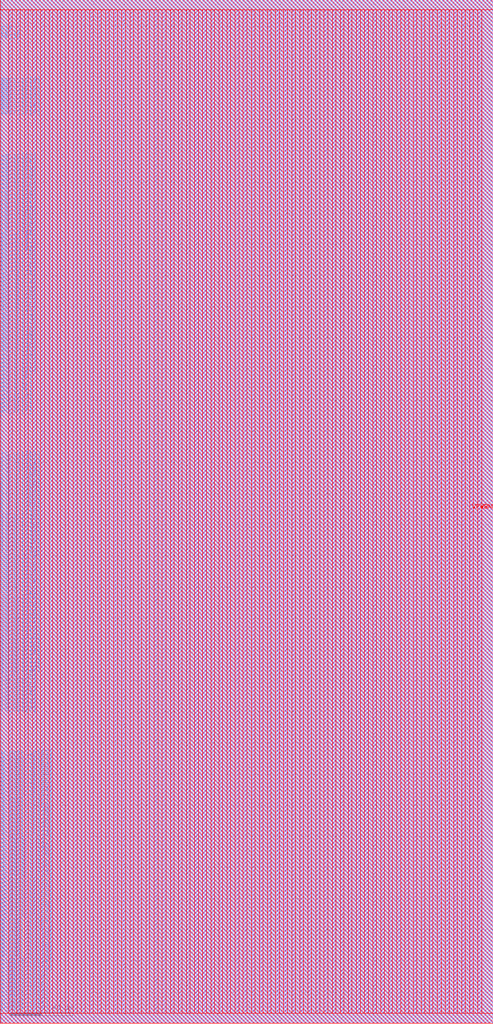
<source format=lef>
VERSION 5.7 ;
BUSBITCHARS "[]" ;
MACRO fakeram130_512x64
  FOREIGN fakeram130_512x64 0 0 ;
  SYMMETRY X Y R90 ;
  SIZE 316.800 BY 657.000 ;
  CLASS BLOCK ;
  PIN w_mask_in[0]
    DIRECTION INPUT ;
    USE SIGNAL ;
    SHAPE ABUTMENT ;
    PORT
      LAYER met3 ;
      RECT 0.000 6.200 0.600 6.800 ;
    END
  END w_mask_in[0]
  PIN w_mask_in[1]
    DIRECTION INPUT ;
    USE SIGNAL ;
    SHAPE ABUTMENT ;
    PORT
      LAYER met3 ;
      RECT 0.000 8.800 0.600 9.400 ;
    END
  END w_mask_in[1]
  PIN w_mask_in[2]
    DIRECTION INPUT ;
    USE SIGNAL ;
    SHAPE ABUTMENT ;
    PORT
      LAYER met3 ;
      RECT 0.000 11.400 0.600 12.000 ;
    END
  END w_mask_in[2]
  PIN w_mask_in[3]
    DIRECTION INPUT ;
    USE SIGNAL ;
    SHAPE ABUTMENT ;
    PORT
      LAYER met3 ;
      RECT 0.000 14.000 0.600 14.600 ;
    END
  END w_mask_in[3]
  PIN w_mask_in[4]
    DIRECTION INPUT ;
    USE SIGNAL ;
    SHAPE ABUTMENT ;
    PORT
      LAYER met3 ;
      RECT 0.000 16.600 0.600 17.200 ;
    END
  END w_mask_in[4]
  PIN w_mask_in[5]
    DIRECTION INPUT ;
    USE SIGNAL ;
    SHAPE ABUTMENT ;
    PORT
      LAYER met3 ;
      RECT 0.000 19.200 0.600 19.800 ;
    END
  END w_mask_in[5]
  PIN w_mask_in[6]
    DIRECTION INPUT ;
    USE SIGNAL ;
    SHAPE ABUTMENT ;
    PORT
      LAYER met3 ;
      RECT 0.000 21.800 0.600 22.400 ;
    END
  END w_mask_in[6]
  PIN w_mask_in[7]
    DIRECTION INPUT ;
    USE SIGNAL ;
    SHAPE ABUTMENT ;
    PORT
      LAYER met3 ;
      RECT 0.000 24.400 0.600 25.000 ;
    END
  END w_mask_in[7]
  PIN w_mask_in[8]
    DIRECTION INPUT ;
    USE SIGNAL ;
    SHAPE ABUTMENT ;
    PORT
      LAYER met3 ;
      RECT 0.000 27.000 0.600 27.600 ;
    END
  END w_mask_in[8]
  PIN w_mask_in[9]
    DIRECTION INPUT ;
    USE SIGNAL ;
    SHAPE ABUTMENT ;
    PORT
      LAYER met3 ;
      RECT 0.000 29.600 0.600 30.200 ;
    END
  END w_mask_in[9]
  PIN w_mask_in[10]
    DIRECTION INPUT ;
    USE SIGNAL ;
    SHAPE ABUTMENT ;
    PORT
      LAYER met3 ;
      RECT 0.000 32.200 0.600 32.800 ;
    END
  END w_mask_in[10]
  PIN w_mask_in[11]
    DIRECTION INPUT ;
    USE SIGNAL ;
    SHAPE ABUTMENT ;
    PORT
      LAYER met3 ;
      RECT 0.000 34.800 0.600 35.400 ;
    END
  END w_mask_in[11]
  PIN w_mask_in[12]
    DIRECTION INPUT ;
    USE SIGNAL ;
    SHAPE ABUTMENT ;
    PORT
      LAYER met3 ;
      RECT 0.000 37.400 0.600 38.000 ;
    END
  END w_mask_in[12]
  PIN w_mask_in[13]
    DIRECTION INPUT ;
    USE SIGNAL ;
    SHAPE ABUTMENT ;
    PORT
      LAYER met3 ;
      RECT 0.000 40.000 0.600 40.600 ;
    END
  END w_mask_in[13]
  PIN w_mask_in[14]
    DIRECTION INPUT ;
    USE SIGNAL ;
    SHAPE ABUTMENT ;
    PORT
      LAYER met3 ;
      RECT 0.000 42.600 0.600 43.200 ;
    END
  END w_mask_in[14]
  PIN w_mask_in[15]
    DIRECTION INPUT ;
    USE SIGNAL ;
    SHAPE ABUTMENT ;
    PORT
      LAYER met3 ;
      RECT 0.000 45.200 0.600 45.800 ;
    END
  END w_mask_in[15]
  PIN w_mask_in[16]
    DIRECTION INPUT ;
    USE SIGNAL ;
    SHAPE ABUTMENT ;
    PORT
      LAYER met3 ;
      RECT 0.000 47.800 0.600 48.400 ;
    END
  END w_mask_in[16]
  PIN w_mask_in[17]
    DIRECTION INPUT ;
    USE SIGNAL ;
    SHAPE ABUTMENT ;
    PORT
      LAYER met3 ;
      RECT 0.000 50.400 0.600 51.000 ;
    END
  END w_mask_in[17]
  PIN w_mask_in[18]
    DIRECTION INPUT ;
    USE SIGNAL ;
    SHAPE ABUTMENT ;
    PORT
      LAYER met3 ;
      RECT 0.000 53.000 0.600 53.600 ;
    END
  END w_mask_in[18]
  PIN w_mask_in[19]
    DIRECTION INPUT ;
    USE SIGNAL ;
    SHAPE ABUTMENT ;
    PORT
      LAYER met3 ;
      RECT 0.000 55.600 0.600 56.200 ;
    END
  END w_mask_in[19]
  PIN w_mask_in[20]
    DIRECTION INPUT ;
    USE SIGNAL ;
    SHAPE ABUTMENT ;
    PORT
      LAYER met3 ;
      RECT 0.000 58.200 0.600 58.800 ;
    END
  END w_mask_in[20]
  PIN w_mask_in[21]
    DIRECTION INPUT ;
    USE SIGNAL ;
    SHAPE ABUTMENT ;
    PORT
      LAYER met3 ;
      RECT 0.000 60.800 0.600 61.400 ;
    END
  END w_mask_in[21]
  PIN w_mask_in[22]
    DIRECTION INPUT ;
    USE SIGNAL ;
    SHAPE ABUTMENT ;
    PORT
      LAYER met3 ;
      RECT 0.000 63.400 0.600 64.000 ;
    END
  END w_mask_in[22]
  PIN w_mask_in[23]
    DIRECTION INPUT ;
    USE SIGNAL ;
    SHAPE ABUTMENT ;
    PORT
      LAYER met3 ;
      RECT 0.000 66.000 0.600 66.600 ;
    END
  END w_mask_in[23]
  PIN w_mask_in[24]
    DIRECTION INPUT ;
    USE SIGNAL ;
    SHAPE ABUTMENT ;
    PORT
      LAYER met3 ;
      RECT 0.000 68.600 0.600 69.200 ;
    END
  END w_mask_in[24]
  PIN w_mask_in[25]
    DIRECTION INPUT ;
    USE SIGNAL ;
    SHAPE ABUTMENT ;
    PORT
      LAYER met3 ;
      RECT 0.000 71.200 0.600 71.800 ;
    END
  END w_mask_in[25]
  PIN w_mask_in[26]
    DIRECTION INPUT ;
    USE SIGNAL ;
    SHAPE ABUTMENT ;
    PORT
      LAYER met3 ;
      RECT 0.000 73.800 0.600 74.400 ;
    END
  END w_mask_in[26]
  PIN w_mask_in[27]
    DIRECTION INPUT ;
    USE SIGNAL ;
    SHAPE ABUTMENT ;
    PORT
      LAYER met3 ;
      RECT 0.000 76.400 0.600 77.000 ;
    END
  END w_mask_in[27]
  PIN w_mask_in[28]
    DIRECTION INPUT ;
    USE SIGNAL ;
    SHAPE ABUTMENT ;
    PORT
      LAYER met3 ;
      RECT 0.000 79.000 0.600 79.600 ;
    END
  END w_mask_in[28]
  PIN w_mask_in[29]
    DIRECTION INPUT ;
    USE SIGNAL ;
    SHAPE ABUTMENT ;
    PORT
      LAYER met3 ;
      RECT 0.000 81.600 0.600 82.200 ;
    END
  END w_mask_in[29]
  PIN w_mask_in[30]
    DIRECTION INPUT ;
    USE SIGNAL ;
    SHAPE ABUTMENT ;
    PORT
      LAYER met3 ;
      RECT 0.000 84.200 0.600 84.800 ;
    END
  END w_mask_in[30]
  PIN w_mask_in[31]
    DIRECTION INPUT ;
    USE SIGNAL ;
    SHAPE ABUTMENT ;
    PORT
      LAYER met3 ;
      RECT 0.000 86.800 0.600 87.400 ;
    END
  END w_mask_in[31]
  PIN w_mask_in[32]
    DIRECTION INPUT ;
    USE SIGNAL ;
    SHAPE ABUTMENT ;
    PORT
      LAYER met3 ;
      RECT 0.000 89.400 0.600 90.000 ;
    END
  END w_mask_in[32]
  PIN w_mask_in[33]
    DIRECTION INPUT ;
    USE SIGNAL ;
    SHAPE ABUTMENT ;
    PORT
      LAYER met3 ;
      RECT 0.000 92.000 0.600 92.600 ;
    END
  END w_mask_in[33]
  PIN w_mask_in[34]
    DIRECTION INPUT ;
    USE SIGNAL ;
    SHAPE ABUTMENT ;
    PORT
      LAYER met3 ;
      RECT 0.000 94.600 0.600 95.200 ;
    END
  END w_mask_in[34]
  PIN w_mask_in[35]
    DIRECTION INPUT ;
    USE SIGNAL ;
    SHAPE ABUTMENT ;
    PORT
      LAYER met3 ;
      RECT 0.000 97.200 0.600 97.800 ;
    END
  END w_mask_in[35]
  PIN w_mask_in[36]
    DIRECTION INPUT ;
    USE SIGNAL ;
    SHAPE ABUTMENT ;
    PORT
      LAYER met3 ;
      RECT 0.000 99.800 0.600 100.400 ;
    END
  END w_mask_in[36]
  PIN w_mask_in[37]
    DIRECTION INPUT ;
    USE SIGNAL ;
    SHAPE ABUTMENT ;
    PORT
      LAYER met3 ;
      RECT 0.000 102.400 0.600 103.000 ;
    END
  END w_mask_in[37]
  PIN w_mask_in[38]
    DIRECTION INPUT ;
    USE SIGNAL ;
    SHAPE ABUTMENT ;
    PORT
      LAYER met3 ;
      RECT 0.000 105.000 0.600 105.600 ;
    END
  END w_mask_in[38]
  PIN w_mask_in[39]
    DIRECTION INPUT ;
    USE SIGNAL ;
    SHAPE ABUTMENT ;
    PORT
      LAYER met3 ;
      RECT 0.000 107.600 0.600 108.200 ;
    END
  END w_mask_in[39]
  PIN w_mask_in[40]
    DIRECTION INPUT ;
    USE SIGNAL ;
    SHAPE ABUTMENT ;
    PORT
      LAYER met3 ;
      RECT 0.000 110.200 0.600 110.800 ;
    END
  END w_mask_in[40]
  PIN w_mask_in[41]
    DIRECTION INPUT ;
    USE SIGNAL ;
    SHAPE ABUTMENT ;
    PORT
      LAYER met3 ;
      RECT 0.000 112.800 0.600 113.400 ;
    END
  END w_mask_in[41]
  PIN w_mask_in[42]
    DIRECTION INPUT ;
    USE SIGNAL ;
    SHAPE ABUTMENT ;
    PORT
      LAYER met3 ;
      RECT 0.000 115.400 0.600 116.000 ;
    END
  END w_mask_in[42]
  PIN w_mask_in[43]
    DIRECTION INPUT ;
    USE SIGNAL ;
    SHAPE ABUTMENT ;
    PORT
      LAYER met3 ;
      RECT 0.000 118.000 0.600 118.600 ;
    END
  END w_mask_in[43]
  PIN w_mask_in[44]
    DIRECTION INPUT ;
    USE SIGNAL ;
    SHAPE ABUTMENT ;
    PORT
      LAYER met3 ;
      RECT 0.000 120.600 0.600 121.200 ;
    END
  END w_mask_in[44]
  PIN w_mask_in[45]
    DIRECTION INPUT ;
    USE SIGNAL ;
    SHAPE ABUTMENT ;
    PORT
      LAYER met3 ;
      RECT 0.000 123.200 0.600 123.800 ;
    END
  END w_mask_in[45]
  PIN w_mask_in[46]
    DIRECTION INPUT ;
    USE SIGNAL ;
    SHAPE ABUTMENT ;
    PORT
      LAYER met3 ;
      RECT 0.000 125.800 0.600 126.400 ;
    END
  END w_mask_in[46]
  PIN w_mask_in[47]
    DIRECTION INPUT ;
    USE SIGNAL ;
    SHAPE ABUTMENT ;
    PORT
      LAYER met3 ;
      RECT 0.000 128.400 0.600 129.000 ;
    END
  END w_mask_in[47]
  PIN w_mask_in[48]
    DIRECTION INPUT ;
    USE SIGNAL ;
    SHAPE ABUTMENT ;
    PORT
      LAYER met3 ;
      RECT 0.000 131.000 0.600 131.600 ;
    END
  END w_mask_in[48]
  PIN w_mask_in[49]
    DIRECTION INPUT ;
    USE SIGNAL ;
    SHAPE ABUTMENT ;
    PORT
      LAYER met3 ;
      RECT 0.000 133.600 0.600 134.200 ;
    END
  END w_mask_in[49]
  PIN w_mask_in[50]
    DIRECTION INPUT ;
    USE SIGNAL ;
    SHAPE ABUTMENT ;
    PORT
      LAYER met3 ;
      RECT 0.000 136.200 0.600 136.800 ;
    END
  END w_mask_in[50]
  PIN w_mask_in[51]
    DIRECTION INPUT ;
    USE SIGNAL ;
    SHAPE ABUTMENT ;
    PORT
      LAYER met3 ;
      RECT 0.000 138.800 0.600 139.400 ;
    END
  END w_mask_in[51]
  PIN w_mask_in[52]
    DIRECTION INPUT ;
    USE SIGNAL ;
    SHAPE ABUTMENT ;
    PORT
      LAYER met3 ;
      RECT 0.000 141.400 0.600 142.000 ;
    END
  END w_mask_in[52]
  PIN w_mask_in[53]
    DIRECTION INPUT ;
    USE SIGNAL ;
    SHAPE ABUTMENT ;
    PORT
      LAYER met3 ;
      RECT 0.000 144.000 0.600 144.600 ;
    END
  END w_mask_in[53]
  PIN w_mask_in[54]
    DIRECTION INPUT ;
    USE SIGNAL ;
    SHAPE ABUTMENT ;
    PORT
      LAYER met3 ;
      RECT 0.000 146.600 0.600 147.200 ;
    END
  END w_mask_in[54]
  PIN w_mask_in[55]
    DIRECTION INPUT ;
    USE SIGNAL ;
    SHAPE ABUTMENT ;
    PORT
      LAYER met3 ;
      RECT 0.000 149.200 0.600 149.800 ;
    END
  END w_mask_in[55]
  PIN w_mask_in[56]
    DIRECTION INPUT ;
    USE SIGNAL ;
    SHAPE ABUTMENT ;
    PORT
      LAYER met3 ;
      RECT 0.000 151.800 0.600 152.400 ;
    END
  END w_mask_in[56]
  PIN w_mask_in[57]
    DIRECTION INPUT ;
    USE SIGNAL ;
    SHAPE ABUTMENT ;
    PORT
      LAYER met3 ;
      RECT 0.000 154.400 0.600 155.000 ;
    END
  END w_mask_in[57]
  PIN w_mask_in[58]
    DIRECTION INPUT ;
    USE SIGNAL ;
    SHAPE ABUTMENT ;
    PORT
      LAYER met3 ;
      RECT 0.000 157.000 0.600 157.600 ;
    END
  END w_mask_in[58]
  PIN w_mask_in[59]
    DIRECTION INPUT ;
    USE SIGNAL ;
    SHAPE ABUTMENT ;
    PORT
      LAYER met3 ;
      RECT 0.000 159.600 0.600 160.200 ;
    END
  END w_mask_in[59]
  PIN w_mask_in[60]
    DIRECTION INPUT ;
    USE SIGNAL ;
    SHAPE ABUTMENT ;
    PORT
      LAYER met3 ;
      RECT 0.000 162.200 0.600 162.800 ;
    END
  END w_mask_in[60]
  PIN w_mask_in[61]
    DIRECTION INPUT ;
    USE SIGNAL ;
    SHAPE ABUTMENT ;
    PORT
      LAYER met3 ;
      RECT 0.000 164.800 0.600 165.400 ;
    END
  END w_mask_in[61]
  PIN w_mask_in[62]
    DIRECTION INPUT ;
    USE SIGNAL ;
    SHAPE ABUTMENT ;
    PORT
      LAYER met3 ;
      RECT 0.000 167.400 0.600 168.000 ;
    END
  END w_mask_in[62]
  PIN w_mask_in[63]
    DIRECTION INPUT ;
    USE SIGNAL ;
    SHAPE ABUTMENT ;
    PORT
      LAYER met3 ;
      RECT 0.000 170.000 0.600 170.600 ;
    END
  END w_mask_in[63]
  PIN rd_out[0]
    DIRECTION OUTPUT ;
    USE SIGNAL ;
    SHAPE ABUTMENT ;
    PORT
      LAYER met3 ;
      RECT 0.000 197.950 0.600 198.550 ;
    END
  END rd_out[0]
  PIN rd_out[1]
    DIRECTION OUTPUT ;
    USE SIGNAL ;
    SHAPE ABUTMENT ;
    PORT
      LAYER met3 ;
      RECT 0.000 200.550 0.600 201.150 ;
    END
  END rd_out[1]
  PIN rd_out[2]
    DIRECTION OUTPUT ;
    USE SIGNAL ;
    SHAPE ABUTMENT ;
    PORT
      LAYER met3 ;
      RECT 0.000 203.150 0.600 203.750 ;
    END
  END rd_out[2]
  PIN rd_out[3]
    DIRECTION OUTPUT ;
    USE SIGNAL ;
    SHAPE ABUTMENT ;
    PORT
      LAYER met3 ;
      RECT 0.000 205.750 0.600 206.350 ;
    END
  END rd_out[3]
  PIN rd_out[4]
    DIRECTION OUTPUT ;
    USE SIGNAL ;
    SHAPE ABUTMENT ;
    PORT
      LAYER met3 ;
      RECT 0.000 208.350 0.600 208.950 ;
    END
  END rd_out[4]
  PIN rd_out[5]
    DIRECTION OUTPUT ;
    USE SIGNAL ;
    SHAPE ABUTMENT ;
    PORT
      LAYER met3 ;
      RECT 0.000 210.950 0.600 211.550 ;
    END
  END rd_out[5]
  PIN rd_out[6]
    DIRECTION OUTPUT ;
    USE SIGNAL ;
    SHAPE ABUTMENT ;
    PORT
      LAYER met3 ;
      RECT 0.000 213.550 0.600 214.150 ;
    END
  END rd_out[6]
  PIN rd_out[7]
    DIRECTION OUTPUT ;
    USE SIGNAL ;
    SHAPE ABUTMENT ;
    PORT
      LAYER met3 ;
      RECT 0.000 216.150 0.600 216.750 ;
    END
  END rd_out[7]
  PIN rd_out[8]
    DIRECTION OUTPUT ;
    USE SIGNAL ;
    SHAPE ABUTMENT ;
    PORT
      LAYER met3 ;
      RECT 0.000 218.750 0.600 219.350 ;
    END
  END rd_out[8]
  PIN rd_out[9]
    DIRECTION OUTPUT ;
    USE SIGNAL ;
    SHAPE ABUTMENT ;
    PORT
      LAYER met3 ;
      RECT 0.000 221.350 0.600 221.950 ;
    END
  END rd_out[9]
  PIN rd_out[10]
    DIRECTION OUTPUT ;
    USE SIGNAL ;
    SHAPE ABUTMENT ;
    PORT
      LAYER met3 ;
      RECT 0.000 223.950 0.600 224.550 ;
    END
  END rd_out[10]
  PIN rd_out[11]
    DIRECTION OUTPUT ;
    USE SIGNAL ;
    SHAPE ABUTMENT ;
    PORT
      LAYER met3 ;
      RECT 0.000 226.550 0.600 227.150 ;
    END
  END rd_out[11]
  PIN rd_out[12]
    DIRECTION OUTPUT ;
    USE SIGNAL ;
    SHAPE ABUTMENT ;
    PORT
      LAYER met3 ;
      RECT 0.000 229.150 0.600 229.750 ;
    END
  END rd_out[12]
  PIN rd_out[13]
    DIRECTION OUTPUT ;
    USE SIGNAL ;
    SHAPE ABUTMENT ;
    PORT
      LAYER met3 ;
      RECT 0.000 231.750 0.600 232.350 ;
    END
  END rd_out[13]
  PIN rd_out[14]
    DIRECTION OUTPUT ;
    USE SIGNAL ;
    SHAPE ABUTMENT ;
    PORT
      LAYER met3 ;
      RECT 0.000 234.350 0.600 234.950 ;
    END
  END rd_out[14]
  PIN rd_out[15]
    DIRECTION OUTPUT ;
    USE SIGNAL ;
    SHAPE ABUTMENT ;
    PORT
      LAYER met3 ;
      RECT 0.000 236.950 0.600 237.550 ;
    END
  END rd_out[15]
  PIN rd_out[16]
    DIRECTION OUTPUT ;
    USE SIGNAL ;
    SHAPE ABUTMENT ;
    PORT
      LAYER met3 ;
      RECT 0.000 239.550 0.600 240.150 ;
    END
  END rd_out[16]
  PIN rd_out[17]
    DIRECTION OUTPUT ;
    USE SIGNAL ;
    SHAPE ABUTMENT ;
    PORT
      LAYER met3 ;
      RECT 0.000 242.150 0.600 242.750 ;
    END
  END rd_out[17]
  PIN rd_out[18]
    DIRECTION OUTPUT ;
    USE SIGNAL ;
    SHAPE ABUTMENT ;
    PORT
      LAYER met3 ;
      RECT 0.000 244.750 0.600 245.350 ;
    END
  END rd_out[18]
  PIN rd_out[19]
    DIRECTION OUTPUT ;
    USE SIGNAL ;
    SHAPE ABUTMENT ;
    PORT
      LAYER met3 ;
      RECT 0.000 247.350 0.600 247.950 ;
    END
  END rd_out[19]
  PIN rd_out[20]
    DIRECTION OUTPUT ;
    USE SIGNAL ;
    SHAPE ABUTMENT ;
    PORT
      LAYER met3 ;
      RECT 0.000 249.950 0.600 250.550 ;
    END
  END rd_out[20]
  PIN rd_out[21]
    DIRECTION OUTPUT ;
    USE SIGNAL ;
    SHAPE ABUTMENT ;
    PORT
      LAYER met3 ;
      RECT 0.000 252.550 0.600 253.150 ;
    END
  END rd_out[21]
  PIN rd_out[22]
    DIRECTION OUTPUT ;
    USE SIGNAL ;
    SHAPE ABUTMENT ;
    PORT
      LAYER met3 ;
      RECT 0.000 255.150 0.600 255.750 ;
    END
  END rd_out[22]
  PIN rd_out[23]
    DIRECTION OUTPUT ;
    USE SIGNAL ;
    SHAPE ABUTMENT ;
    PORT
      LAYER met3 ;
      RECT 0.000 257.750 0.600 258.350 ;
    END
  END rd_out[23]
  PIN rd_out[24]
    DIRECTION OUTPUT ;
    USE SIGNAL ;
    SHAPE ABUTMENT ;
    PORT
      LAYER met3 ;
      RECT 0.000 260.350 0.600 260.950 ;
    END
  END rd_out[24]
  PIN rd_out[25]
    DIRECTION OUTPUT ;
    USE SIGNAL ;
    SHAPE ABUTMENT ;
    PORT
      LAYER met3 ;
      RECT 0.000 262.950 0.600 263.550 ;
    END
  END rd_out[25]
  PIN rd_out[26]
    DIRECTION OUTPUT ;
    USE SIGNAL ;
    SHAPE ABUTMENT ;
    PORT
      LAYER met3 ;
      RECT 0.000 265.550 0.600 266.150 ;
    END
  END rd_out[26]
  PIN rd_out[27]
    DIRECTION OUTPUT ;
    USE SIGNAL ;
    SHAPE ABUTMENT ;
    PORT
      LAYER met3 ;
      RECT 0.000 268.150 0.600 268.750 ;
    END
  END rd_out[27]
  PIN rd_out[28]
    DIRECTION OUTPUT ;
    USE SIGNAL ;
    SHAPE ABUTMENT ;
    PORT
      LAYER met3 ;
      RECT 0.000 270.750 0.600 271.350 ;
    END
  END rd_out[28]
  PIN rd_out[29]
    DIRECTION OUTPUT ;
    USE SIGNAL ;
    SHAPE ABUTMENT ;
    PORT
      LAYER met3 ;
      RECT 0.000 273.350 0.600 273.950 ;
    END
  END rd_out[29]
  PIN rd_out[30]
    DIRECTION OUTPUT ;
    USE SIGNAL ;
    SHAPE ABUTMENT ;
    PORT
      LAYER met3 ;
      RECT 0.000 275.950 0.600 276.550 ;
    END
  END rd_out[30]
  PIN rd_out[31]
    DIRECTION OUTPUT ;
    USE SIGNAL ;
    SHAPE ABUTMENT ;
    PORT
      LAYER met3 ;
      RECT 0.000 278.550 0.600 279.150 ;
    END
  END rd_out[31]
  PIN rd_out[32]
    DIRECTION OUTPUT ;
    USE SIGNAL ;
    SHAPE ABUTMENT ;
    PORT
      LAYER met3 ;
      RECT 0.000 281.150 0.600 281.750 ;
    END
  END rd_out[32]
  PIN rd_out[33]
    DIRECTION OUTPUT ;
    USE SIGNAL ;
    SHAPE ABUTMENT ;
    PORT
      LAYER met3 ;
      RECT 0.000 283.750 0.600 284.350 ;
    END
  END rd_out[33]
  PIN rd_out[34]
    DIRECTION OUTPUT ;
    USE SIGNAL ;
    SHAPE ABUTMENT ;
    PORT
      LAYER met3 ;
      RECT 0.000 286.350 0.600 286.950 ;
    END
  END rd_out[34]
  PIN rd_out[35]
    DIRECTION OUTPUT ;
    USE SIGNAL ;
    SHAPE ABUTMENT ;
    PORT
      LAYER met3 ;
      RECT 0.000 288.950 0.600 289.550 ;
    END
  END rd_out[35]
  PIN rd_out[36]
    DIRECTION OUTPUT ;
    USE SIGNAL ;
    SHAPE ABUTMENT ;
    PORT
      LAYER met3 ;
      RECT 0.000 291.550 0.600 292.150 ;
    END
  END rd_out[36]
  PIN rd_out[37]
    DIRECTION OUTPUT ;
    USE SIGNAL ;
    SHAPE ABUTMENT ;
    PORT
      LAYER met3 ;
      RECT 0.000 294.150 0.600 294.750 ;
    END
  END rd_out[37]
  PIN rd_out[38]
    DIRECTION OUTPUT ;
    USE SIGNAL ;
    SHAPE ABUTMENT ;
    PORT
      LAYER met3 ;
      RECT 0.000 296.750 0.600 297.350 ;
    END
  END rd_out[38]
  PIN rd_out[39]
    DIRECTION OUTPUT ;
    USE SIGNAL ;
    SHAPE ABUTMENT ;
    PORT
      LAYER met3 ;
      RECT 0.000 299.350 0.600 299.950 ;
    END
  END rd_out[39]
  PIN rd_out[40]
    DIRECTION OUTPUT ;
    USE SIGNAL ;
    SHAPE ABUTMENT ;
    PORT
      LAYER met3 ;
      RECT 0.000 301.950 0.600 302.550 ;
    END
  END rd_out[40]
  PIN rd_out[41]
    DIRECTION OUTPUT ;
    USE SIGNAL ;
    SHAPE ABUTMENT ;
    PORT
      LAYER met3 ;
      RECT 0.000 304.550 0.600 305.150 ;
    END
  END rd_out[41]
  PIN rd_out[42]
    DIRECTION OUTPUT ;
    USE SIGNAL ;
    SHAPE ABUTMENT ;
    PORT
      LAYER met3 ;
      RECT 0.000 307.150 0.600 307.750 ;
    END
  END rd_out[42]
  PIN rd_out[43]
    DIRECTION OUTPUT ;
    USE SIGNAL ;
    SHAPE ABUTMENT ;
    PORT
      LAYER met3 ;
      RECT 0.000 309.750 0.600 310.350 ;
    END
  END rd_out[43]
  PIN rd_out[44]
    DIRECTION OUTPUT ;
    USE SIGNAL ;
    SHAPE ABUTMENT ;
    PORT
      LAYER met3 ;
      RECT 0.000 312.350 0.600 312.950 ;
    END
  END rd_out[44]
  PIN rd_out[45]
    DIRECTION OUTPUT ;
    USE SIGNAL ;
    SHAPE ABUTMENT ;
    PORT
      LAYER met3 ;
      RECT 0.000 314.950 0.600 315.550 ;
    END
  END rd_out[45]
  PIN rd_out[46]
    DIRECTION OUTPUT ;
    USE SIGNAL ;
    SHAPE ABUTMENT ;
    PORT
      LAYER met3 ;
      RECT 0.000 317.550 0.600 318.150 ;
    END
  END rd_out[46]
  PIN rd_out[47]
    DIRECTION OUTPUT ;
    USE SIGNAL ;
    SHAPE ABUTMENT ;
    PORT
      LAYER met3 ;
      RECT 0.000 320.150 0.600 320.750 ;
    END
  END rd_out[47]
  PIN rd_out[48]
    DIRECTION OUTPUT ;
    USE SIGNAL ;
    SHAPE ABUTMENT ;
    PORT
      LAYER met3 ;
      RECT 0.000 322.750 0.600 323.350 ;
    END
  END rd_out[48]
  PIN rd_out[49]
    DIRECTION OUTPUT ;
    USE SIGNAL ;
    SHAPE ABUTMENT ;
    PORT
      LAYER met3 ;
      RECT 0.000 325.350 0.600 325.950 ;
    END
  END rd_out[49]
  PIN rd_out[50]
    DIRECTION OUTPUT ;
    USE SIGNAL ;
    SHAPE ABUTMENT ;
    PORT
      LAYER met3 ;
      RECT 0.000 327.950 0.600 328.550 ;
    END
  END rd_out[50]
  PIN rd_out[51]
    DIRECTION OUTPUT ;
    USE SIGNAL ;
    SHAPE ABUTMENT ;
    PORT
      LAYER met3 ;
      RECT 0.000 330.550 0.600 331.150 ;
    END
  END rd_out[51]
  PIN rd_out[52]
    DIRECTION OUTPUT ;
    USE SIGNAL ;
    SHAPE ABUTMENT ;
    PORT
      LAYER met3 ;
      RECT 0.000 333.150 0.600 333.750 ;
    END
  END rd_out[52]
  PIN rd_out[53]
    DIRECTION OUTPUT ;
    USE SIGNAL ;
    SHAPE ABUTMENT ;
    PORT
      LAYER met3 ;
      RECT 0.000 335.750 0.600 336.350 ;
    END
  END rd_out[53]
  PIN rd_out[54]
    DIRECTION OUTPUT ;
    USE SIGNAL ;
    SHAPE ABUTMENT ;
    PORT
      LAYER met3 ;
      RECT 0.000 338.350 0.600 338.950 ;
    END
  END rd_out[54]
  PIN rd_out[55]
    DIRECTION OUTPUT ;
    USE SIGNAL ;
    SHAPE ABUTMENT ;
    PORT
      LAYER met3 ;
      RECT 0.000 340.950 0.600 341.550 ;
    END
  END rd_out[55]
  PIN rd_out[56]
    DIRECTION OUTPUT ;
    USE SIGNAL ;
    SHAPE ABUTMENT ;
    PORT
      LAYER met3 ;
      RECT 0.000 343.550 0.600 344.150 ;
    END
  END rd_out[56]
  PIN rd_out[57]
    DIRECTION OUTPUT ;
    USE SIGNAL ;
    SHAPE ABUTMENT ;
    PORT
      LAYER met3 ;
      RECT 0.000 346.150 0.600 346.750 ;
    END
  END rd_out[57]
  PIN rd_out[58]
    DIRECTION OUTPUT ;
    USE SIGNAL ;
    SHAPE ABUTMENT ;
    PORT
      LAYER met3 ;
      RECT 0.000 348.750 0.600 349.350 ;
    END
  END rd_out[58]
  PIN rd_out[59]
    DIRECTION OUTPUT ;
    USE SIGNAL ;
    SHAPE ABUTMENT ;
    PORT
      LAYER met3 ;
      RECT 0.000 351.350 0.600 351.950 ;
    END
  END rd_out[59]
  PIN rd_out[60]
    DIRECTION OUTPUT ;
    USE SIGNAL ;
    SHAPE ABUTMENT ;
    PORT
      LAYER met3 ;
      RECT 0.000 353.950 0.600 354.550 ;
    END
  END rd_out[60]
  PIN rd_out[61]
    DIRECTION OUTPUT ;
    USE SIGNAL ;
    SHAPE ABUTMENT ;
    PORT
      LAYER met3 ;
      RECT 0.000 356.550 0.600 357.150 ;
    END
  END rd_out[61]
  PIN rd_out[62]
    DIRECTION OUTPUT ;
    USE SIGNAL ;
    SHAPE ABUTMENT ;
    PORT
      LAYER met3 ;
      RECT 0.000 359.150 0.600 359.750 ;
    END
  END rd_out[62]
  PIN rd_out[63]
    DIRECTION OUTPUT ;
    USE SIGNAL ;
    SHAPE ABUTMENT ;
    PORT
      LAYER met3 ;
      RECT 0.000 361.750 0.600 362.350 ;
    END
  END rd_out[63]
  PIN wd_in[0]
    DIRECTION INPUT ;
    USE SIGNAL ;
    SHAPE ABUTMENT ;
    PORT
      LAYER met3 ;
      RECT 0.000 389.700 0.600 390.300 ;
    END
  END wd_in[0]
  PIN wd_in[1]
    DIRECTION INPUT ;
    USE SIGNAL ;
    SHAPE ABUTMENT ;
    PORT
      LAYER met3 ;
      RECT 0.000 392.300 0.600 392.900 ;
    END
  END wd_in[1]
  PIN wd_in[2]
    DIRECTION INPUT ;
    USE SIGNAL ;
    SHAPE ABUTMENT ;
    PORT
      LAYER met3 ;
      RECT 0.000 394.900 0.600 395.500 ;
    END
  END wd_in[2]
  PIN wd_in[3]
    DIRECTION INPUT ;
    USE SIGNAL ;
    SHAPE ABUTMENT ;
    PORT
      LAYER met3 ;
      RECT 0.000 397.500 0.600 398.100 ;
    END
  END wd_in[3]
  PIN wd_in[4]
    DIRECTION INPUT ;
    USE SIGNAL ;
    SHAPE ABUTMENT ;
    PORT
      LAYER met3 ;
      RECT 0.000 400.100 0.600 400.700 ;
    END
  END wd_in[4]
  PIN wd_in[5]
    DIRECTION INPUT ;
    USE SIGNAL ;
    SHAPE ABUTMENT ;
    PORT
      LAYER met3 ;
      RECT 0.000 402.700 0.600 403.300 ;
    END
  END wd_in[5]
  PIN wd_in[6]
    DIRECTION INPUT ;
    USE SIGNAL ;
    SHAPE ABUTMENT ;
    PORT
      LAYER met3 ;
      RECT 0.000 405.300 0.600 405.900 ;
    END
  END wd_in[6]
  PIN wd_in[7]
    DIRECTION INPUT ;
    USE SIGNAL ;
    SHAPE ABUTMENT ;
    PORT
      LAYER met3 ;
      RECT 0.000 407.900 0.600 408.500 ;
    END
  END wd_in[7]
  PIN wd_in[8]
    DIRECTION INPUT ;
    USE SIGNAL ;
    SHAPE ABUTMENT ;
    PORT
      LAYER met3 ;
      RECT 0.000 410.500 0.600 411.100 ;
    END
  END wd_in[8]
  PIN wd_in[9]
    DIRECTION INPUT ;
    USE SIGNAL ;
    SHAPE ABUTMENT ;
    PORT
      LAYER met3 ;
      RECT 0.000 413.100 0.600 413.700 ;
    END
  END wd_in[9]
  PIN wd_in[10]
    DIRECTION INPUT ;
    USE SIGNAL ;
    SHAPE ABUTMENT ;
    PORT
      LAYER met3 ;
      RECT 0.000 415.700 0.600 416.300 ;
    END
  END wd_in[10]
  PIN wd_in[11]
    DIRECTION INPUT ;
    USE SIGNAL ;
    SHAPE ABUTMENT ;
    PORT
      LAYER met3 ;
      RECT 0.000 418.300 0.600 418.900 ;
    END
  END wd_in[11]
  PIN wd_in[12]
    DIRECTION INPUT ;
    USE SIGNAL ;
    SHAPE ABUTMENT ;
    PORT
      LAYER met3 ;
      RECT 0.000 420.900 0.600 421.500 ;
    END
  END wd_in[12]
  PIN wd_in[13]
    DIRECTION INPUT ;
    USE SIGNAL ;
    SHAPE ABUTMENT ;
    PORT
      LAYER met3 ;
      RECT 0.000 423.500 0.600 424.100 ;
    END
  END wd_in[13]
  PIN wd_in[14]
    DIRECTION INPUT ;
    USE SIGNAL ;
    SHAPE ABUTMENT ;
    PORT
      LAYER met3 ;
      RECT 0.000 426.100 0.600 426.700 ;
    END
  END wd_in[14]
  PIN wd_in[15]
    DIRECTION INPUT ;
    USE SIGNAL ;
    SHAPE ABUTMENT ;
    PORT
      LAYER met3 ;
      RECT 0.000 428.700 0.600 429.300 ;
    END
  END wd_in[15]
  PIN wd_in[16]
    DIRECTION INPUT ;
    USE SIGNAL ;
    SHAPE ABUTMENT ;
    PORT
      LAYER met3 ;
      RECT 0.000 431.300 0.600 431.900 ;
    END
  END wd_in[16]
  PIN wd_in[17]
    DIRECTION INPUT ;
    USE SIGNAL ;
    SHAPE ABUTMENT ;
    PORT
      LAYER met3 ;
      RECT 0.000 433.900 0.600 434.500 ;
    END
  END wd_in[17]
  PIN wd_in[18]
    DIRECTION INPUT ;
    USE SIGNAL ;
    SHAPE ABUTMENT ;
    PORT
      LAYER met3 ;
      RECT 0.000 436.500 0.600 437.100 ;
    END
  END wd_in[18]
  PIN wd_in[19]
    DIRECTION INPUT ;
    USE SIGNAL ;
    SHAPE ABUTMENT ;
    PORT
      LAYER met3 ;
      RECT 0.000 439.100 0.600 439.700 ;
    END
  END wd_in[19]
  PIN wd_in[20]
    DIRECTION INPUT ;
    USE SIGNAL ;
    SHAPE ABUTMENT ;
    PORT
      LAYER met3 ;
      RECT 0.000 441.700 0.600 442.300 ;
    END
  END wd_in[20]
  PIN wd_in[21]
    DIRECTION INPUT ;
    USE SIGNAL ;
    SHAPE ABUTMENT ;
    PORT
      LAYER met3 ;
      RECT 0.000 444.300 0.600 444.900 ;
    END
  END wd_in[21]
  PIN wd_in[22]
    DIRECTION INPUT ;
    USE SIGNAL ;
    SHAPE ABUTMENT ;
    PORT
      LAYER met3 ;
      RECT 0.000 446.900 0.600 447.500 ;
    END
  END wd_in[22]
  PIN wd_in[23]
    DIRECTION INPUT ;
    USE SIGNAL ;
    SHAPE ABUTMENT ;
    PORT
      LAYER met3 ;
      RECT 0.000 449.500 0.600 450.100 ;
    END
  END wd_in[23]
  PIN wd_in[24]
    DIRECTION INPUT ;
    USE SIGNAL ;
    SHAPE ABUTMENT ;
    PORT
      LAYER met3 ;
      RECT 0.000 452.100 0.600 452.700 ;
    END
  END wd_in[24]
  PIN wd_in[25]
    DIRECTION INPUT ;
    USE SIGNAL ;
    SHAPE ABUTMENT ;
    PORT
      LAYER met3 ;
      RECT 0.000 454.700 0.600 455.300 ;
    END
  END wd_in[25]
  PIN wd_in[26]
    DIRECTION INPUT ;
    USE SIGNAL ;
    SHAPE ABUTMENT ;
    PORT
      LAYER met3 ;
      RECT 0.000 457.300 0.600 457.900 ;
    END
  END wd_in[26]
  PIN wd_in[27]
    DIRECTION INPUT ;
    USE SIGNAL ;
    SHAPE ABUTMENT ;
    PORT
      LAYER met3 ;
      RECT 0.000 459.900 0.600 460.500 ;
    END
  END wd_in[27]
  PIN wd_in[28]
    DIRECTION INPUT ;
    USE SIGNAL ;
    SHAPE ABUTMENT ;
    PORT
      LAYER met3 ;
      RECT 0.000 462.500 0.600 463.100 ;
    END
  END wd_in[28]
  PIN wd_in[29]
    DIRECTION INPUT ;
    USE SIGNAL ;
    SHAPE ABUTMENT ;
    PORT
      LAYER met3 ;
      RECT 0.000 465.100 0.600 465.700 ;
    END
  END wd_in[29]
  PIN wd_in[30]
    DIRECTION INPUT ;
    USE SIGNAL ;
    SHAPE ABUTMENT ;
    PORT
      LAYER met3 ;
      RECT 0.000 467.700 0.600 468.300 ;
    END
  END wd_in[30]
  PIN wd_in[31]
    DIRECTION INPUT ;
    USE SIGNAL ;
    SHAPE ABUTMENT ;
    PORT
      LAYER met3 ;
      RECT 0.000 470.300 0.600 470.900 ;
    END
  END wd_in[31]
  PIN wd_in[32]
    DIRECTION INPUT ;
    USE SIGNAL ;
    SHAPE ABUTMENT ;
    PORT
      LAYER met3 ;
      RECT 0.000 472.900 0.600 473.500 ;
    END
  END wd_in[32]
  PIN wd_in[33]
    DIRECTION INPUT ;
    USE SIGNAL ;
    SHAPE ABUTMENT ;
    PORT
      LAYER met3 ;
      RECT 0.000 475.500 0.600 476.100 ;
    END
  END wd_in[33]
  PIN wd_in[34]
    DIRECTION INPUT ;
    USE SIGNAL ;
    SHAPE ABUTMENT ;
    PORT
      LAYER met3 ;
      RECT 0.000 478.100 0.600 478.700 ;
    END
  END wd_in[34]
  PIN wd_in[35]
    DIRECTION INPUT ;
    USE SIGNAL ;
    SHAPE ABUTMENT ;
    PORT
      LAYER met3 ;
      RECT 0.000 480.700 0.600 481.300 ;
    END
  END wd_in[35]
  PIN wd_in[36]
    DIRECTION INPUT ;
    USE SIGNAL ;
    SHAPE ABUTMENT ;
    PORT
      LAYER met3 ;
      RECT 0.000 483.300 0.600 483.900 ;
    END
  END wd_in[36]
  PIN wd_in[37]
    DIRECTION INPUT ;
    USE SIGNAL ;
    SHAPE ABUTMENT ;
    PORT
      LAYER met3 ;
      RECT 0.000 485.900 0.600 486.500 ;
    END
  END wd_in[37]
  PIN wd_in[38]
    DIRECTION INPUT ;
    USE SIGNAL ;
    SHAPE ABUTMENT ;
    PORT
      LAYER met3 ;
      RECT 0.000 488.500 0.600 489.100 ;
    END
  END wd_in[38]
  PIN wd_in[39]
    DIRECTION INPUT ;
    USE SIGNAL ;
    SHAPE ABUTMENT ;
    PORT
      LAYER met3 ;
      RECT 0.000 491.100 0.600 491.700 ;
    END
  END wd_in[39]
  PIN wd_in[40]
    DIRECTION INPUT ;
    USE SIGNAL ;
    SHAPE ABUTMENT ;
    PORT
      LAYER met3 ;
      RECT 0.000 493.700 0.600 494.300 ;
    END
  END wd_in[40]
  PIN wd_in[41]
    DIRECTION INPUT ;
    USE SIGNAL ;
    SHAPE ABUTMENT ;
    PORT
      LAYER met3 ;
      RECT 0.000 496.300 0.600 496.900 ;
    END
  END wd_in[41]
  PIN wd_in[42]
    DIRECTION INPUT ;
    USE SIGNAL ;
    SHAPE ABUTMENT ;
    PORT
      LAYER met3 ;
      RECT 0.000 498.900 0.600 499.500 ;
    END
  END wd_in[42]
  PIN wd_in[43]
    DIRECTION INPUT ;
    USE SIGNAL ;
    SHAPE ABUTMENT ;
    PORT
      LAYER met3 ;
      RECT 0.000 501.500 0.600 502.100 ;
    END
  END wd_in[43]
  PIN wd_in[44]
    DIRECTION INPUT ;
    USE SIGNAL ;
    SHAPE ABUTMENT ;
    PORT
      LAYER met3 ;
      RECT 0.000 504.100 0.600 504.700 ;
    END
  END wd_in[44]
  PIN wd_in[45]
    DIRECTION INPUT ;
    USE SIGNAL ;
    SHAPE ABUTMENT ;
    PORT
      LAYER met3 ;
      RECT 0.000 506.700 0.600 507.300 ;
    END
  END wd_in[45]
  PIN wd_in[46]
    DIRECTION INPUT ;
    USE SIGNAL ;
    SHAPE ABUTMENT ;
    PORT
      LAYER met3 ;
      RECT 0.000 509.300 0.600 509.900 ;
    END
  END wd_in[46]
  PIN wd_in[47]
    DIRECTION INPUT ;
    USE SIGNAL ;
    SHAPE ABUTMENT ;
    PORT
      LAYER met3 ;
      RECT 0.000 511.900 0.600 512.500 ;
    END
  END wd_in[47]
  PIN wd_in[48]
    DIRECTION INPUT ;
    USE SIGNAL ;
    SHAPE ABUTMENT ;
    PORT
      LAYER met3 ;
      RECT 0.000 514.500 0.600 515.100 ;
    END
  END wd_in[48]
  PIN wd_in[49]
    DIRECTION INPUT ;
    USE SIGNAL ;
    SHAPE ABUTMENT ;
    PORT
      LAYER met3 ;
      RECT 0.000 517.100 0.600 517.700 ;
    END
  END wd_in[49]
  PIN wd_in[50]
    DIRECTION INPUT ;
    USE SIGNAL ;
    SHAPE ABUTMENT ;
    PORT
      LAYER met3 ;
      RECT 0.000 519.700 0.600 520.300 ;
    END
  END wd_in[50]
  PIN wd_in[51]
    DIRECTION INPUT ;
    USE SIGNAL ;
    SHAPE ABUTMENT ;
    PORT
      LAYER met3 ;
      RECT 0.000 522.300 0.600 522.900 ;
    END
  END wd_in[51]
  PIN wd_in[52]
    DIRECTION INPUT ;
    USE SIGNAL ;
    SHAPE ABUTMENT ;
    PORT
      LAYER met3 ;
      RECT 0.000 524.900 0.600 525.500 ;
    END
  END wd_in[52]
  PIN wd_in[53]
    DIRECTION INPUT ;
    USE SIGNAL ;
    SHAPE ABUTMENT ;
    PORT
      LAYER met3 ;
      RECT 0.000 527.500 0.600 528.100 ;
    END
  END wd_in[53]
  PIN wd_in[54]
    DIRECTION INPUT ;
    USE SIGNAL ;
    SHAPE ABUTMENT ;
    PORT
      LAYER met3 ;
      RECT 0.000 530.100 0.600 530.700 ;
    END
  END wd_in[54]
  PIN wd_in[55]
    DIRECTION INPUT ;
    USE SIGNAL ;
    SHAPE ABUTMENT ;
    PORT
      LAYER met3 ;
      RECT 0.000 532.700 0.600 533.300 ;
    END
  END wd_in[55]
  PIN wd_in[56]
    DIRECTION INPUT ;
    USE SIGNAL ;
    SHAPE ABUTMENT ;
    PORT
      LAYER met3 ;
      RECT 0.000 535.300 0.600 535.900 ;
    END
  END wd_in[56]
  PIN wd_in[57]
    DIRECTION INPUT ;
    USE SIGNAL ;
    SHAPE ABUTMENT ;
    PORT
      LAYER met3 ;
      RECT 0.000 537.900 0.600 538.500 ;
    END
  END wd_in[57]
  PIN wd_in[58]
    DIRECTION INPUT ;
    USE SIGNAL ;
    SHAPE ABUTMENT ;
    PORT
      LAYER met3 ;
      RECT 0.000 540.500 0.600 541.100 ;
    END
  END wd_in[58]
  PIN wd_in[59]
    DIRECTION INPUT ;
    USE SIGNAL ;
    SHAPE ABUTMENT ;
    PORT
      LAYER met3 ;
      RECT 0.000 543.100 0.600 543.700 ;
    END
  END wd_in[59]
  PIN wd_in[60]
    DIRECTION INPUT ;
    USE SIGNAL ;
    SHAPE ABUTMENT ;
    PORT
      LAYER met3 ;
      RECT 0.000 545.700 0.600 546.300 ;
    END
  END wd_in[60]
  PIN wd_in[61]
    DIRECTION INPUT ;
    USE SIGNAL ;
    SHAPE ABUTMENT ;
    PORT
      LAYER met3 ;
      RECT 0.000 548.300 0.600 548.900 ;
    END
  END wd_in[61]
  PIN wd_in[62]
    DIRECTION INPUT ;
    USE SIGNAL ;
    SHAPE ABUTMENT ;
    PORT
      LAYER met3 ;
      RECT 0.000 550.900 0.600 551.500 ;
    END
  END wd_in[62]
  PIN wd_in[63]
    DIRECTION INPUT ;
    USE SIGNAL ;
    SHAPE ABUTMENT ;
    PORT
      LAYER met3 ;
      RECT 0.000 553.500 0.600 554.100 ;
    END
  END wd_in[63]
  PIN addr_in[0]
    DIRECTION INPUT ;
    USE SIGNAL ;
    SHAPE ABUTMENT ;
    PORT
      LAYER met3 ;
      RECT 0.000 581.450 0.600 582.050 ;
    END
  END addr_in[0]
  PIN addr_in[1]
    DIRECTION INPUT ;
    USE SIGNAL ;
    SHAPE ABUTMENT ;
    PORT
      LAYER met3 ;
      RECT 0.000 584.050 0.600 584.650 ;
    END
  END addr_in[1]
  PIN addr_in[2]
    DIRECTION INPUT ;
    USE SIGNAL ;
    SHAPE ABUTMENT ;
    PORT
      LAYER met3 ;
      RECT 0.000 586.650 0.600 587.250 ;
    END
  END addr_in[2]
  PIN addr_in[3]
    DIRECTION INPUT ;
    USE SIGNAL ;
    SHAPE ABUTMENT ;
    PORT
      LAYER met3 ;
      RECT 0.000 589.250 0.600 589.850 ;
    END
  END addr_in[3]
  PIN addr_in[4]
    DIRECTION INPUT ;
    USE SIGNAL ;
    SHAPE ABUTMENT ;
    PORT
      LAYER met3 ;
      RECT 0.000 591.850 0.600 592.450 ;
    END
  END addr_in[4]
  PIN addr_in[5]
    DIRECTION INPUT ;
    USE SIGNAL ;
    SHAPE ABUTMENT ;
    PORT
      LAYER met3 ;
      RECT 0.000 594.450 0.600 595.050 ;
    END
  END addr_in[5]
  PIN addr_in[6]
    DIRECTION INPUT ;
    USE SIGNAL ;
    SHAPE ABUTMENT ;
    PORT
      LAYER met3 ;
      RECT 0.000 597.050 0.600 597.650 ;
    END
  END addr_in[6]
  PIN addr_in[7]
    DIRECTION INPUT ;
    USE SIGNAL ;
    SHAPE ABUTMENT ;
    PORT
      LAYER met3 ;
      RECT 0.000 599.650 0.600 600.250 ;
    END
  END addr_in[7]
  PIN addr_in[8]
    DIRECTION INPUT ;
    USE SIGNAL ;
    SHAPE ABUTMENT ;
    PORT
      LAYER met3 ;
      RECT 0.000 602.250 0.600 602.850 ;
    END
  END addr_in[8]
  PIN we_in
    DIRECTION INPUT ;
    USE SIGNAL ;
    SHAPE ABUTMENT ;
    PORT
      LAYER met3 ;
      RECT 0.000 630.200 0.600 630.800 ;
    END
  END we_in
  PIN ce_in
    DIRECTION INPUT ;
    USE SIGNAL ;
    SHAPE ABUTMENT ;
    PORT
      LAYER met3 ;
      RECT 0.000 632.800 0.600 633.400 ;
    END
  END ce_in
  PIN clk
    DIRECTION INPUT ;
    USE SIGNAL ;
    SHAPE ABUTMENT ;
    PORT
      LAYER met3 ;
      RECT 0.000 635.400 0.600 636.000 ;
    END
  END clk
  PIN VGND
    DIRECTION INOUT ;
    USE GROUND ;
    PORT
      LAYER met4 ;
      RECT 5.300 6.500 7.700 650.500 ;
      RECT 15.700 6.500 18.100 650.500 ;
      RECT 26.100 6.500 28.500 650.500 ;
      RECT 36.500 6.500 38.900 650.500 ;
      RECT 46.900 6.500 49.300 650.500 ;
      RECT 57.300 6.500 59.700 650.500 ;
      RECT 67.700 6.500 70.100 650.500 ;
      RECT 78.100 6.500 80.500 650.500 ;
      RECT 88.500 6.500 90.900 650.500 ;
      RECT 98.900 6.500 101.300 650.500 ;
      RECT 109.300 6.500 111.700 650.500 ;
      RECT 119.700 6.500 122.100 650.500 ;
      RECT 130.100 6.500 132.500 650.500 ;
      RECT 140.500 6.500 142.900 650.500 ;
      RECT 150.900 6.500 153.300 650.500 ;
      RECT 161.300 6.500 163.700 650.500 ;
      RECT 171.700 6.500 174.100 650.500 ;
      RECT 182.100 6.500 184.500 650.500 ;
      RECT 192.500 6.500 194.900 650.500 ;
      RECT 202.900 6.500 205.300 650.500 ;
      RECT 213.300 6.500 215.700 650.500 ;
      RECT 223.700 6.500 226.100 650.500 ;
      RECT 234.100 6.500 236.500 650.500 ;
      RECT 244.500 6.500 246.900 650.500 ;
      RECT 254.900 6.500 257.300 650.500 ;
      RECT 265.300 6.500 267.700 650.500 ;
      RECT 275.700 6.500 278.100 650.500 ;
      RECT 286.100 6.500 288.500 650.500 ;
      RECT 296.500 6.500 298.900 650.500 ;
      RECT 306.900 6.500 309.300 650.500 ;
    END
  END VGND
  PIN VPWR
    DIRECTION INOUT ;
    USE POWER ;
    PORT
      LAYER met4 ;
      RECT 10.500 6.500 12.900 650.500 ;
      RECT 20.900 6.500 23.300 650.500 ;
      RECT 31.300 6.500 33.700 650.500 ;
      RECT 41.700 6.500 44.100 650.500 ;
      RECT 52.100 6.500 54.500 650.500 ;
      RECT 62.500 6.500 64.900 650.500 ;
      RECT 72.900 6.500 75.300 650.500 ;
      RECT 83.300 6.500 85.700 650.500 ;
      RECT 93.700 6.500 96.100 650.500 ;
      RECT 104.100 6.500 106.500 650.500 ;
      RECT 114.500 6.500 116.900 650.500 ;
      RECT 124.900 6.500 127.300 650.500 ;
      RECT 135.300 6.500 137.700 650.500 ;
      RECT 145.700 6.500 148.100 650.500 ;
      RECT 156.100 6.500 158.500 650.500 ;
      RECT 166.500 6.500 168.900 650.500 ;
      RECT 176.900 6.500 179.300 650.500 ;
      RECT 187.300 6.500 189.700 650.500 ;
      RECT 197.700 6.500 200.100 650.500 ;
      RECT 208.100 6.500 210.500 650.500 ;
      RECT 218.500 6.500 220.900 650.500 ;
      RECT 228.900 6.500 231.300 650.500 ;
      RECT 239.300 6.500 241.700 650.500 ;
      RECT 249.700 6.500 252.100 650.500 ;
      RECT 260.100 6.500 262.500 650.500 ;
      RECT 270.500 6.500 272.900 650.500 ;
      RECT 280.900 6.500 283.300 650.500 ;
      RECT 291.300 6.500 293.700 650.500 ;
      RECT 301.700 6.500 304.100 650.500 ;
    END
  END VPWR
  OBS
    LAYER met1 ;
    RECT 0 0 316.800 657.000 ;
    LAYER met2 ;
    RECT 0 0 316.800 657.000 ;
    LAYER met3 ;
    RECT 0.600 0 316.800 657.000 ;
    RECT 0 0.000 0.600 6.200 ;
    RECT 0 6.800 0.600 8.800 ;
    RECT 0 9.400 0.600 11.400 ;
    RECT 0 12.000 0.600 14.000 ;
    RECT 0 14.600 0.600 16.600 ;
    RECT 0 17.200 0.600 19.200 ;
    RECT 0 19.800 0.600 21.800 ;
    RECT 0 22.400 0.600 24.400 ;
    RECT 0 25.000 0.600 27.000 ;
    RECT 0 27.600 0.600 29.600 ;
    RECT 0 30.200 0.600 32.200 ;
    RECT 0 32.800 0.600 34.800 ;
    RECT 0 35.400 0.600 37.400 ;
    RECT 0 38.000 0.600 40.000 ;
    RECT 0 40.600 0.600 42.600 ;
    RECT 0 43.200 0.600 45.200 ;
    RECT 0 45.800 0.600 47.800 ;
    RECT 0 48.400 0.600 50.400 ;
    RECT 0 51.000 0.600 53.000 ;
    RECT 0 53.600 0.600 55.600 ;
    RECT 0 56.200 0.600 58.200 ;
    RECT 0 58.800 0.600 60.800 ;
    RECT 0 61.400 0.600 63.400 ;
    RECT 0 64.000 0.600 66.000 ;
    RECT 0 66.600 0.600 68.600 ;
    RECT 0 69.200 0.600 71.200 ;
    RECT 0 71.800 0.600 73.800 ;
    RECT 0 74.400 0.600 76.400 ;
    RECT 0 77.000 0.600 79.000 ;
    RECT 0 79.600 0.600 81.600 ;
    RECT 0 82.200 0.600 84.200 ;
    RECT 0 84.800 0.600 86.800 ;
    RECT 0 87.400 0.600 89.400 ;
    RECT 0 90.000 0.600 92.000 ;
    RECT 0 92.600 0.600 94.600 ;
    RECT 0 95.200 0.600 97.200 ;
    RECT 0 97.800 0.600 99.800 ;
    RECT 0 100.400 0.600 102.400 ;
    RECT 0 103.000 0.600 105.000 ;
    RECT 0 105.600 0.600 107.600 ;
    RECT 0 108.200 0.600 110.200 ;
    RECT 0 110.800 0.600 112.800 ;
    RECT 0 113.400 0.600 115.400 ;
    RECT 0 116.000 0.600 118.000 ;
    RECT 0 118.600 0.600 120.600 ;
    RECT 0 121.200 0.600 123.200 ;
    RECT 0 123.800 0.600 125.800 ;
    RECT 0 126.400 0.600 128.400 ;
    RECT 0 129.000 0.600 131.000 ;
    RECT 0 131.600 0.600 133.600 ;
    RECT 0 134.200 0.600 136.200 ;
    RECT 0 136.800 0.600 138.800 ;
    RECT 0 139.400 0.600 141.400 ;
    RECT 0 142.000 0.600 144.000 ;
    RECT 0 144.600 0.600 146.600 ;
    RECT 0 147.200 0.600 149.200 ;
    RECT 0 149.800 0.600 151.800 ;
    RECT 0 152.400 0.600 154.400 ;
    RECT 0 155.000 0.600 157.000 ;
    RECT 0 157.600 0.600 159.600 ;
    RECT 0 160.200 0.600 162.200 ;
    RECT 0 162.800 0.600 164.800 ;
    RECT 0 165.400 0.600 167.400 ;
    RECT 0 168.000 0.600 170.000 ;
    RECT 0 170.600 0.600 197.950 ;
    RECT 0 198.550 0.600 200.550 ;
    RECT 0 201.150 0.600 203.150 ;
    RECT 0 203.750 0.600 205.750 ;
    RECT 0 206.350 0.600 208.350 ;
    RECT 0 208.950 0.600 210.950 ;
    RECT 0 211.550 0.600 213.550 ;
    RECT 0 214.150 0.600 216.150 ;
    RECT 0 216.750 0.600 218.750 ;
    RECT 0 219.350 0.600 221.350 ;
    RECT 0 221.950 0.600 223.950 ;
    RECT 0 224.550 0.600 226.550 ;
    RECT 0 227.150 0.600 229.150 ;
    RECT 0 229.750 0.600 231.750 ;
    RECT 0 232.350 0.600 234.350 ;
    RECT 0 234.950 0.600 236.950 ;
    RECT 0 237.550 0.600 239.550 ;
    RECT 0 240.150 0.600 242.150 ;
    RECT 0 242.750 0.600 244.750 ;
    RECT 0 245.350 0.600 247.350 ;
    RECT 0 247.950 0.600 249.950 ;
    RECT 0 250.550 0.600 252.550 ;
    RECT 0 253.150 0.600 255.150 ;
    RECT 0 255.750 0.600 257.750 ;
    RECT 0 258.350 0.600 260.350 ;
    RECT 0 260.950 0.600 262.950 ;
    RECT 0 263.550 0.600 265.550 ;
    RECT 0 266.150 0.600 268.150 ;
    RECT 0 268.750 0.600 270.750 ;
    RECT 0 271.350 0.600 273.350 ;
    RECT 0 273.950 0.600 275.950 ;
    RECT 0 276.550 0.600 278.550 ;
    RECT 0 279.150 0.600 281.150 ;
    RECT 0 281.750 0.600 283.750 ;
    RECT 0 284.350 0.600 286.350 ;
    RECT 0 286.950 0.600 288.950 ;
    RECT 0 289.550 0.600 291.550 ;
    RECT 0 292.150 0.600 294.150 ;
    RECT 0 294.750 0.600 296.750 ;
    RECT 0 297.350 0.600 299.350 ;
    RECT 0 299.950 0.600 301.950 ;
    RECT 0 302.550 0.600 304.550 ;
    RECT 0 305.150 0.600 307.150 ;
    RECT 0 307.750 0.600 309.750 ;
    RECT 0 310.350 0.600 312.350 ;
    RECT 0 312.950 0.600 314.950 ;
    RECT 0 315.550 0.600 317.550 ;
    RECT 0 318.150 0.600 320.150 ;
    RECT 0 320.750 0.600 322.750 ;
    RECT 0 323.350 0.600 325.350 ;
    RECT 0 325.950 0.600 327.950 ;
    RECT 0 328.550 0.600 330.550 ;
    RECT 0 331.150 0.600 333.150 ;
    RECT 0 333.750 0.600 335.750 ;
    RECT 0 336.350 0.600 338.350 ;
    RECT 0 338.950 0.600 340.950 ;
    RECT 0 341.550 0.600 343.550 ;
    RECT 0 344.150 0.600 346.150 ;
    RECT 0 346.750 0.600 348.750 ;
    RECT 0 349.350 0.600 351.350 ;
    RECT 0 351.950 0.600 353.950 ;
    RECT 0 354.550 0.600 356.550 ;
    RECT 0 357.150 0.600 359.150 ;
    RECT 0 359.750 0.600 361.750 ;
    RECT 0 362.350 0.600 389.700 ;
    RECT 0 390.300 0.600 392.300 ;
    RECT 0 392.900 0.600 394.900 ;
    RECT 0 395.500 0.600 397.500 ;
    RECT 0 398.100 0.600 400.100 ;
    RECT 0 400.700 0.600 402.700 ;
    RECT 0 403.300 0.600 405.300 ;
    RECT 0 405.900 0.600 407.900 ;
    RECT 0 408.500 0.600 410.500 ;
    RECT 0 411.100 0.600 413.100 ;
    RECT 0 413.700 0.600 415.700 ;
    RECT 0 416.300 0.600 418.300 ;
    RECT 0 418.900 0.600 420.900 ;
    RECT 0 421.500 0.600 423.500 ;
    RECT 0 424.100 0.600 426.100 ;
    RECT 0 426.700 0.600 428.700 ;
    RECT 0 429.300 0.600 431.300 ;
    RECT 0 431.900 0.600 433.900 ;
    RECT 0 434.500 0.600 436.500 ;
    RECT 0 437.100 0.600 439.100 ;
    RECT 0 439.700 0.600 441.700 ;
    RECT 0 442.300 0.600 444.300 ;
    RECT 0 444.900 0.600 446.900 ;
    RECT 0 447.500 0.600 449.500 ;
    RECT 0 450.100 0.600 452.100 ;
    RECT 0 452.700 0.600 454.700 ;
    RECT 0 455.300 0.600 457.300 ;
    RECT 0 457.900 0.600 459.900 ;
    RECT 0 460.500 0.600 462.500 ;
    RECT 0 463.100 0.600 465.100 ;
    RECT 0 465.700 0.600 467.700 ;
    RECT 0 468.300 0.600 470.300 ;
    RECT 0 470.900 0.600 472.900 ;
    RECT 0 473.500 0.600 475.500 ;
    RECT 0 476.100 0.600 478.100 ;
    RECT 0 478.700 0.600 480.700 ;
    RECT 0 481.300 0.600 483.300 ;
    RECT 0 483.900 0.600 485.900 ;
    RECT 0 486.500 0.600 488.500 ;
    RECT 0 489.100 0.600 491.100 ;
    RECT 0 491.700 0.600 493.700 ;
    RECT 0 494.300 0.600 496.300 ;
    RECT 0 496.900 0.600 498.900 ;
    RECT 0 499.500 0.600 501.500 ;
    RECT 0 502.100 0.600 504.100 ;
    RECT 0 504.700 0.600 506.700 ;
    RECT 0 507.300 0.600 509.300 ;
    RECT 0 509.900 0.600 511.900 ;
    RECT 0 512.500 0.600 514.500 ;
    RECT 0 515.100 0.600 517.100 ;
    RECT 0 517.700 0.600 519.700 ;
    RECT 0 520.300 0.600 522.300 ;
    RECT 0 522.900 0.600 524.900 ;
    RECT 0 525.500 0.600 527.500 ;
    RECT 0 528.100 0.600 530.100 ;
    RECT 0 530.700 0.600 532.700 ;
    RECT 0 533.300 0.600 535.300 ;
    RECT 0 535.900 0.600 537.900 ;
    RECT 0 538.500 0.600 540.500 ;
    RECT 0 541.100 0.600 543.100 ;
    RECT 0 543.700 0.600 545.700 ;
    RECT 0 546.300 0.600 548.300 ;
    RECT 0 548.900 0.600 550.900 ;
    RECT 0 551.500 0.600 553.500 ;
    RECT 0 554.100 0.600 581.450 ;
    RECT 0 582.050 0.600 584.050 ;
    RECT 0 584.650 0.600 586.650 ;
    RECT 0 587.250 0.600 589.250 ;
    RECT 0 589.850 0.600 591.850 ;
    RECT 0 592.450 0.600 594.450 ;
    RECT 0 595.050 0.600 597.050 ;
    RECT 0 597.650 0.600 599.650 ;
    RECT 0 600.250 0.600 602.250 ;
    RECT 0 602.850 0.600 630.200 ;
    RECT 0 630.800 0.600 632.800 ;
    RECT 0 633.400 0.600 635.400 ;
    RECT 0 636.000 0.600 657.000 ;
    LAYER met4 ;
    RECT 0 0 316.800 6.500 ;
    RECT 0 650.500 316.800 657.000 ;
    RECT 0.000 6.500 5.300 650.500 ;
    RECT 7.700 6.500 10.500 650.500 ;
    RECT 12.900 6.500 15.700 650.500 ;
    RECT 18.100 6.500 20.900 650.500 ;
    RECT 23.300 6.500 26.100 650.500 ;
    RECT 28.500 6.500 31.300 650.500 ;
    RECT 33.700 6.500 36.500 650.500 ;
    RECT 38.900 6.500 41.700 650.500 ;
    RECT 44.100 6.500 46.900 650.500 ;
    RECT 49.300 6.500 52.100 650.500 ;
    RECT 54.500 6.500 57.300 650.500 ;
    RECT 59.700 6.500 62.500 650.500 ;
    RECT 64.900 6.500 67.700 650.500 ;
    RECT 70.100 6.500 72.900 650.500 ;
    RECT 75.300 6.500 78.100 650.500 ;
    RECT 80.500 6.500 83.300 650.500 ;
    RECT 85.700 6.500 88.500 650.500 ;
    RECT 90.900 6.500 93.700 650.500 ;
    RECT 96.100 6.500 98.900 650.500 ;
    RECT 101.300 6.500 104.100 650.500 ;
    RECT 106.500 6.500 109.300 650.500 ;
    RECT 111.700 6.500 114.500 650.500 ;
    RECT 116.900 6.500 119.700 650.500 ;
    RECT 122.100 6.500 124.900 650.500 ;
    RECT 127.300 6.500 130.100 650.500 ;
    RECT 132.500 6.500 135.300 650.500 ;
    RECT 137.700 6.500 140.500 650.500 ;
    RECT 142.900 6.500 145.700 650.500 ;
    RECT 148.100 6.500 150.900 650.500 ;
    RECT 153.300 6.500 156.100 650.500 ;
    RECT 158.500 6.500 161.300 650.500 ;
    RECT 163.700 6.500 166.500 650.500 ;
    RECT 168.900 6.500 171.700 650.500 ;
    RECT 174.100 6.500 176.900 650.500 ;
    RECT 179.300 6.500 182.100 650.500 ;
    RECT 184.500 6.500 187.300 650.500 ;
    RECT 189.700 6.500 192.500 650.500 ;
    RECT 194.900 6.500 197.700 650.500 ;
    RECT 200.100 6.500 202.900 650.500 ;
    RECT 205.300 6.500 208.100 650.500 ;
    RECT 210.500 6.500 213.300 650.500 ;
    RECT 215.700 6.500 218.500 650.500 ;
    RECT 220.900 6.500 223.700 650.500 ;
    RECT 226.100 6.500 228.900 650.500 ;
    RECT 231.300 6.500 234.100 650.500 ;
    RECT 236.500 6.500 239.300 650.500 ;
    RECT 241.700 6.500 244.500 650.500 ;
    RECT 246.900 6.500 249.700 650.500 ;
    RECT 252.100 6.500 254.900 650.500 ;
    RECT 257.300 6.500 260.100 650.500 ;
    RECT 262.500 6.500 265.300 650.500 ;
    RECT 267.700 6.500 270.500 650.500 ;
    RECT 272.900 6.500 275.700 650.500 ;
    RECT 278.100 6.500 280.900 650.500 ;
    RECT 283.300 6.500 286.100 650.500 ;
    RECT 288.500 6.500 291.300 650.500 ;
    RECT 293.700 6.500 296.500 650.500 ;
    RECT 298.900 6.500 301.700 650.500 ;
    RECT 304.100 6.500 306.900 650.500 ;
    RECT 309.300 6.500 316.800 650.500 ;
    LAYER OVERLAP ;
    RECT 0 0 316.800 657.000 ;
  END
END fakeram130_512x64

END LIBRARY

</source>
